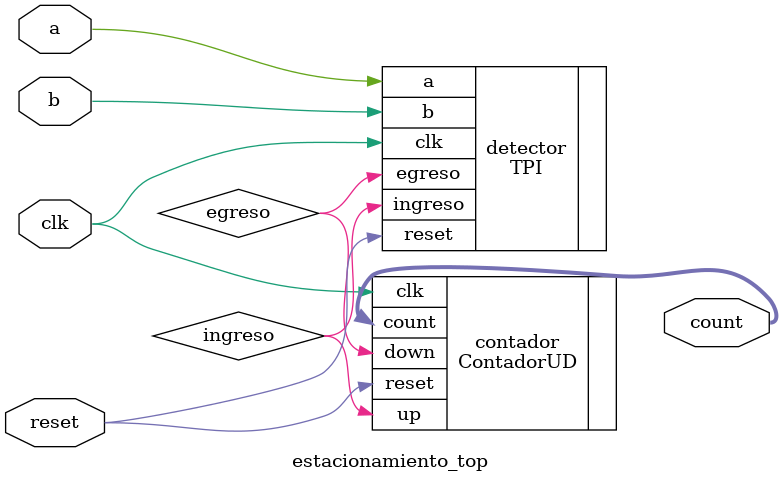
<source format=v>

module estacionamiento_top(
    input wire clk,
    input wire reset,
    input wire a,b,
    output wire [2:0] count
);

wire ingreso, egreso;

    TPI detector ( //TPI es el detector de secuancia. Me detecta si un auto ingresa o sale y me lo envia en ingreso o egreso.
    .clk(clk),
    .reset(reset),
    .a(a),
    .b(b),
    .ingreso(ingreso),
    .egreso(egreso)
);

    ContadorUD contador( //Cuenta los vehiculos dentro del estacionamiento.
    .clk(clk),
    .reset(reset),
    .up(ingreso),
    .down(egreso),
    .count(count)
);



endmodule

</source>
